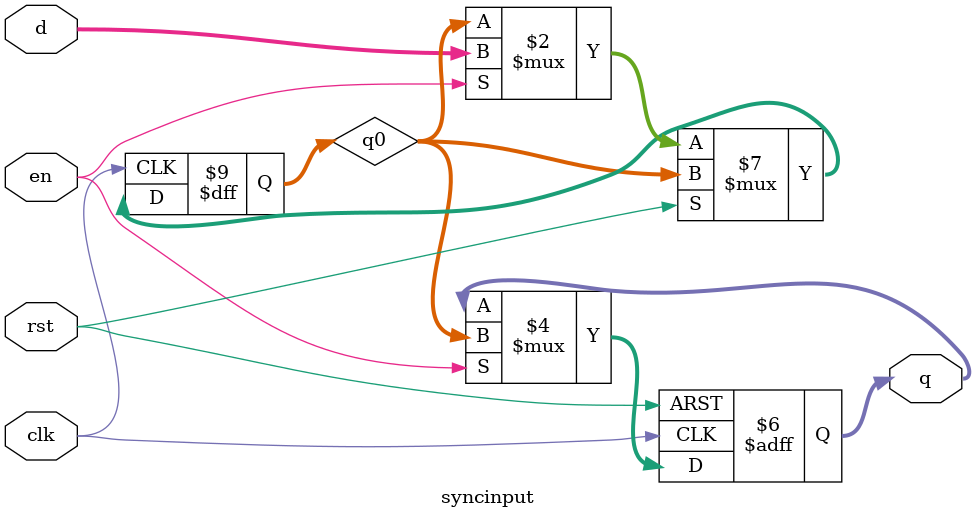
<source format=v>
`timescale 1ns / 1ps
module syncinput( input en , input rst , input clk , input [3:0] d , output reg [3:0] q
    );
	 reg [3:0] q0 ;
	 always @ ( posedge clk, posedge rst)
		begin
			if (rst) q <= 4'b0;
			else if (en) 
				begin
					q0 <= d;
					q <= q0;
				end
		end
	 


endmodule

</source>
